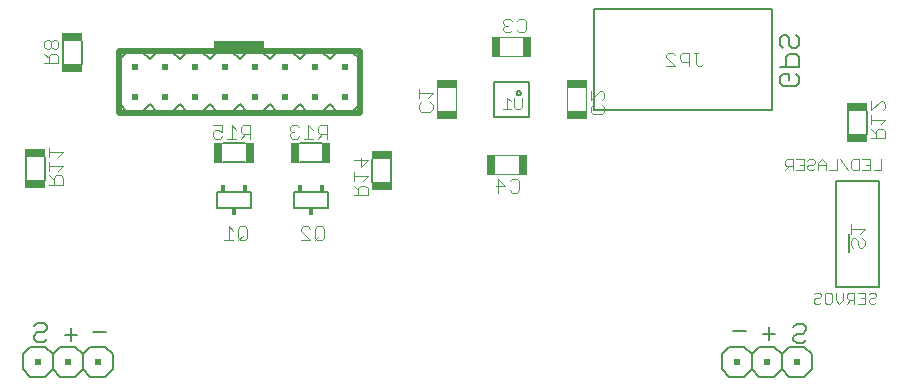
<source format=gbo>
G75*
%MOIN*%
%OFA0B0*%
%FSLAX24Y24*%
%IPPOS*%
%LPD*%
%AMOC8*
5,1,8,0,0,1.08239X$1,22.5*
%
%ADD10C,0.0030*%
%ADD11C,0.0060*%
%ADD12C,0.0197*%
%ADD13R,0.1693X0.0276*%
%ADD14C,0.0040*%
%ADD15R,0.0690X0.0290*%
%ADD16C,0.0050*%
%ADD17R,0.0669X0.0295*%
%ADD18R,0.0295X0.0669*%
%ADD19R,0.0180X0.0230*%
%ADD20R,0.0290X0.0690*%
%ADD21R,0.0200X0.0200*%
D10*
X019044Y009927D02*
X019291Y009927D01*
X019167Y009927D02*
X019167Y010297D01*
X019291Y010174D01*
X019412Y010297D02*
X019412Y009989D01*
X019474Y009927D01*
X019597Y009927D01*
X019659Y009989D01*
X019659Y010297D01*
X028438Y008185D02*
X028438Y008062D01*
X028500Y008000D01*
X028685Y008000D01*
X028685Y007876D02*
X028685Y008247D01*
X028500Y008247D01*
X028438Y008185D01*
X028561Y008000D02*
X028438Y007876D01*
X028806Y007876D02*
X029053Y007876D01*
X029053Y008247D01*
X028806Y008247D01*
X028930Y008062D02*
X029053Y008062D01*
X029175Y008000D02*
X029175Y007938D01*
X029236Y007876D01*
X029360Y007876D01*
X029422Y007938D01*
X029543Y007876D02*
X029543Y008123D01*
X029666Y008247D01*
X029790Y008123D01*
X029790Y007876D01*
X029911Y007876D02*
X030158Y007876D01*
X030158Y008247D01*
X030280Y008247D02*
X030526Y007876D01*
X030648Y007938D02*
X030710Y007876D01*
X030895Y007876D01*
X030895Y008247D01*
X030710Y008247D01*
X030648Y008185D01*
X030648Y007938D01*
X031016Y007876D02*
X031263Y007876D01*
X031263Y008247D01*
X031016Y008247D01*
X031140Y008062D02*
X031263Y008062D01*
X031631Y008247D02*
X031631Y007876D01*
X031385Y007876D01*
X029790Y008062D02*
X029543Y008062D01*
X029422Y008123D02*
X029422Y008185D01*
X029360Y008247D01*
X029236Y008247D01*
X029175Y008185D01*
X029236Y008062D02*
X029175Y008000D01*
X029236Y008062D02*
X029360Y008062D01*
X029422Y008123D01*
X029446Y003798D02*
X029384Y003736D01*
X029446Y003798D02*
X029569Y003798D01*
X029631Y003736D01*
X029631Y003675D01*
X029569Y003613D01*
X029446Y003613D01*
X029384Y003551D01*
X029384Y003489D01*
X029446Y003428D01*
X029569Y003428D01*
X029631Y003489D01*
X029752Y003489D02*
X029752Y003736D01*
X029814Y003798D01*
X029938Y003798D01*
X029999Y003736D01*
X029999Y003489D01*
X029938Y003428D01*
X029814Y003428D01*
X029752Y003489D01*
X030121Y003551D02*
X030121Y003798D01*
X030368Y003798D02*
X030368Y003551D01*
X030244Y003428D01*
X030121Y003551D01*
X030489Y003613D02*
X030489Y003736D01*
X030551Y003798D01*
X030736Y003798D01*
X030736Y003428D01*
X030857Y003428D02*
X031104Y003428D01*
X031104Y003798D01*
X030857Y003798D01*
X030981Y003613D02*
X031104Y003613D01*
X031226Y003551D02*
X031226Y003489D01*
X031287Y003428D01*
X031411Y003428D01*
X031473Y003489D01*
X031411Y003613D02*
X031287Y003613D01*
X031226Y003551D01*
X031226Y003736D02*
X031287Y003798D01*
X031411Y003798D01*
X031473Y003736D01*
X031473Y003675D01*
X031411Y003613D01*
X030736Y003551D02*
X030551Y003551D01*
X030489Y003613D01*
X030613Y003551D02*
X030489Y003428D01*
D11*
X003267Y000987D02*
X003017Y001237D01*
X003017Y001737D01*
X003267Y001987D01*
X003767Y001987D01*
X004017Y001737D01*
X004267Y001987D01*
X004767Y001987D01*
X005017Y001737D01*
X005267Y001987D01*
X005767Y001987D01*
X006017Y001737D01*
X006017Y001237D01*
X005767Y000987D01*
X005267Y000987D01*
X005017Y001237D01*
X005017Y001737D01*
X005017Y001237D02*
X004767Y000987D01*
X004267Y000987D01*
X004017Y001237D01*
X004017Y001737D01*
X004017Y001237D02*
X003767Y000987D01*
X003267Y000987D01*
X003504Y002151D02*
X003718Y002151D01*
X003825Y002258D01*
X003504Y002151D02*
X003398Y002258D01*
X003398Y002364D01*
X003504Y002471D01*
X003718Y002471D01*
X003825Y002578D01*
X003825Y002685D01*
X003718Y002791D01*
X003504Y002791D01*
X003398Y002685D01*
X004421Y002392D02*
X004848Y002392D01*
X004635Y002606D02*
X004635Y002179D01*
X005366Y002471D02*
X005793Y002471D01*
X009508Y006620D02*
X010628Y006620D01*
X010628Y007140D01*
X009508Y007140D01*
X009508Y006620D01*
X012067Y006620D02*
X013187Y006620D01*
X013187Y007140D01*
X012067Y007140D01*
X012067Y006620D01*
X014669Y007490D02*
X014669Y008245D01*
X015309Y008245D02*
X015309Y007490D01*
X013007Y008135D02*
X012252Y008135D01*
X012252Y008775D02*
X013007Y008775D01*
X013015Y009817D02*
X012515Y009817D01*
X012265Y010067D01*
X012015Y009817D01*
X011515Y009817D01*
X011265Y010067D01*
X011015Y009817D01*
X010515Y009817D01*
X010265Y010067D01*
X010015Y009817D01*
X009515Y009817D01*
X009265Y010067D01*
X009015Y009817D01*
X008515Y009817D01*
X008265Y010067D01*
X008015Y009817D01*
X007515Y009817D01*
X007265Y010067D01*
X007015Y009817D01*
X006515Y009817D01*
X006265Y010067D01*
X006265Y011567D01*
X006515Y011817D01*
X007015Y011817D01*
X007265Y011567D01*
X007515Y011817D01*
X008015Y011817D01*
X008265Y011567D01*
X008515Y011817D01*
X009015Y011817D01*
X009265Y011567D01*
X009515Y011817D01*
X010015Y011817D01*
X010265Y011567D01*
X010515Y011817D01*
X011015Y011817D01*
X011265Y011567D01*
X011515Y011817D01*
X012015Y011817D01*
X012265Y011567D01*
X012515Y011817D01*
X013015Y011817D01*
X013265Y011567D01*
X013515Y011817D01*
X014015Y011817D01*
X014265Y011567D01*
X014265Y010067D01*
X014015Y009817D01*
X013515Y009817D01*
X013265Y010067D01*
X013015Y009817D01*
X010448Y008775D02*
X009693Y008775D01*
X009693Y008135D02*
X010448Y008135D01*
X003758Y008303D02*
X003758Y007548D01*
X003118Y007548D02*
X003118Y008303D01*
X004354Y011427D02*
X004354Y012182D01*
X004994Y012182D02*
X004994Y011427D01*
X026705Y002511D02*
X027132Y002511D01*
X027689Y002432D02*
X028116Y002432D01*
X027902Y002645D02*
X027902Y002218D01*
X028074Y001987D02*
X027574Y001987D01*
X027324Y001737D01*
X027074Y001987D01*
X026574Y001987D01*
X026324Y001737D01*
X026324Y001237D01*
X026574Y000987D01*
X027074Y000987D01*
X027324Y001237D01*
X027574Y000987D01*
X028074Y000987D01*
X028324Y001237D01*
X028574Y000987D01*
X029074Y000987D01*
X029324Y001237D01*
X029324Y001737D01*
X029074Y001987D01*
X028574Y001987D01*
X028324Y001737D01*
X028074Y001987D01*
X028324Y001737D02*
X028324Y001237D01*
X027324Y001237D02*
X027324Y001737D01*
X028712Y002218D02*
X028819Y002112D01*
X029033Y002112D01*
X029140Y002218D01*
X029033Y002432D02*
X028819Y002432D01*
X028712Y002325D01*
X028712Y002218D01*
X029033Y002432D02*
X029140Y002539D01*
X029140Y002645D01*
X029033Y002752D01*
X028819Y002752D01*
X028712Y002645D01*
X030523Y009095D02*
X030523Y009850D01*
X031163Y009850D02*
X031163Y009095D01*
X028892Y010775D02*
X028785Y010668D01*
X028358Y010668D01*
X028252Y010775D01*
X028252Y010988D01*
X028358Y011095D01*
X028572Y011095D01*
X028572Y010881D01*
X028785Y011095D02*
X028892Y010988D01*
X028892Y010775D01*
X028892Y011313D02*
X028252Y011313D01*
X028465Y011313D02*
X028465Y011633D01*
X028572Y011740D01*
X028785Y011740D01*
X028892Y011633D01*
X028892Y011313D01*
X028785Y011957D02*
X028679Y011957D01*
X028572Y012064D01*
X028572Y012277D01*
X028465Y012384D01*
X028358Y012384D01*
X028252Y012277D01*
X028252Y012064D01*
X028358Y011957D01*
X028785Y011957D02*
X028892Y012064D01*
X028892Y012277D01*
X028785Y012384D01*
D12*
X014280Y011841D02*
X014280Y009794D01*
X006249Y009794D01*
X006249Y011841D01*
X014280Y011841D01*
D13*
X010245Y012058D03*
D14*
X004204Y011988D02*
X004204Y012141D01*
X004128Y012218D01*
X004051Y012218D01*
X003974Y012141D01*
X003974Y011988D01*
X004051Y011911D01*
X004128Y011911D01*
X004204Y011988D01*
X003974Y011988D02*
X003897Y011911D01*
X003821Y011911D01*
X003744Y011988D01*
X003744Y012141D01*
X003821Y012218D01*
X003897Y012218D01*
X003974Y012141D01*
X003974Y011758D02*
X003897Y011681D01*
X003897Y011451D01*
X003744Y011451D02*
X004204Y011451D01*
X004204Y011681D01*
X004128Y011758D01*
X003974Y011758D01*
X003897Y011604D02*
X003744Y011758D01*
X009370Y009386D02*
X009677Y009386D01*
X009677Y009155D01*
X009523Y009232D01*
X009447Y009232D01*
X009370Y009155D01*
X009370Y009002D01*
X009447Y008925D01*
X009600Y008925D01*
X009677Y009002D01*
X009830Y008925D02*
X010137Y008925D01*
X009984Y008925D02*
X009984Y009386D01*
X010137Y009232D01*
X010291Y009155D02*
X010368Y009079D01*
X010598Y009079D01*
X010444Y009079D02*
X010291Y008925D01*
X010598Y008925D02*
X010598Y009386D01*
X010368Y009386D01*
X010291Y009309D01*
X010291Y009155D01*
X011929Y009079D02*
X011929Y009002D01*
X012006Y008925D01*
X012159Y008925D01*
X012236Y009002D01*
X012389Y008925D02*
X012696Y008925D01*
X012543Y008925D02*
X012543Y009386D01*
X012696Y009232D01*
X012850Y009155D02*
X012927Y009079D01*
X013157Y009079D01*
X013003Y009079D02*
X012850Y008925D01*
X013157Y008925D02*
X013157Y009386D01*
X012927Y009386D01*
X012850Y009309D01*
X012850Y009155D01*
X012236Y009309D02*
X012159Y009386D01*
X012006Y009386D01*
X011929Y009309D01*
X011929Y009232D01*
X012006Y009155D01*
X011929Y009079D01*
X012006Y009155D02*
X012083Y009155D01*
X014059Y008204D02*
X014519Y008204D01*
X014289Y007974D01*
X014289Y008281D01*
X014059Y007821D02*
X014059Y007514D01*
X014059Y007667D02*
X014519Y007667D01*
X014366Y007514D01*
X014443Y007360D02*
X014289Y007360D01*
X014212Y007284D01*
X014212Y007053D01*
X014059Y007053D02*
X014519Y007053D01*
X014519Y007284D01*
X014443Y007360D01*
X014212Y007207D02*
X014059Y007360D01*
X012988Y006006D02*
X012835Y006006D01*
X012758Y005930D01*
X012758Y005623D01*
X012835Y005546D01*
X012988Y005546D01*
X013065Y005623D01*
X013065Y005930D01*
X012988Y006006D01*
X012605Y005930D02*
X012528Y006006D01*
X012375Y006006D01*
X012298Y005930D01*
X012298Y005853D01*
X012605Y005546D01*
X012298Y005546D01*
X012758Y005546D02*
X012912Y005699D01*
X010506Y005623D02*
X010429Y005546D01*
X010276Y005546D01*
X010199Y005623D01*
X010199Y005930D01*
X010276Y006006D01*
X010429Y006006D01*
X010506Y005930D01*
X010506Y005623D01*
X010353Y005699D02*
X010199Y005546D01*
X010046Y005546D02*
X009739Y005546D01*
X009892Y005546D02*
X009892Y006006D01*
X010046Y005853D01*
X004368Y007398D02*
X004368Y007628D01*
X004291Y007705D01*
X004138Y007705D01*
X004061Y007628D01*
X004061Y007398D01*
X004061Y007551D02*
X003908Y007705D01*
X003908Y007858D02*
X003908Y008165D01*
X003908Y008318D02*
X003908Y008625D01*
X003908Y008472D02*
X004368Y008472D01*
X004215Y008318D01*
X004368Y008011D02*
X003908Y008011D01*
X004215Y007858D02*
X004368Y008011D01*
X004368Y007398D02*
X003908Y007398D01*
X016224Y009903D02*
X016224Y010056D01*
X016301Y010133D01*
X016224Y010286D02*
X016224Y010593D01*
X016224Y010440D02*
X016685Y010440D01*
X016531Y010286D01*
X016608Y010133D02*
X016685Y010056D01*
X016685Y009903D01*
X016608Y009826D01*
X016301Y009826D01*
X016224Y009903D01*
X016844Y009847D02*
X016844Y010607D01*
X017464Y010607D02*
X017464Y009847D01*
X018782Y008371D02*
X019542Y008371D01*
X019542Y007752D02*
X018782Y007752D01*
X018872Y007592D02*
X019103Y007362D01*
X018796Y007362D01*
X018872Y007592D02*
X018872Y007131D01*
X019256Y007208D02*
X019333Y007131D01*
X019486Y007131D01*
X019563Y007208D01*
X019563Y007515D01*
X019486Y007592D01*
X019333Y007592D01*
X019256Y007515D01*
X021955Y009824D02*
X022032Y009747D01*
X022339Y009747D01*
X022415Y009824D01*
X022415Y009977D01*
X022339Y010054D01*
X022032Y010054D02*
X021955Y009977D01*
X021955Y009824D01*
X021795Y009847D02*
X021795Y010607D01*
X021955Y010514D02*
X021955Y010207D01*
X022262Y010514D01*
X022339Y010514D01*
X022415Y010437D01*
X022415Y010284D01*
X022339Y010207D01*
X021175Y009847D02*
X021175Y010607D01*
X019700Y011689D02*
X018940Y011689D01*
X018940Y012308D02*
X019700Y012308D01*
X019723Y012468D02*
X019569Y012468D01*
X019493Y012545D01*
X019339Y012545D02*
X019263Y012468D01*
X019109Y012468D01*
X019032Y012545D01*
X019032Y012622D01*
X019109Y012699D01*
X019186Y012699D01*
X019109Y012699D02*
X019032Y012775D01*
X019032Y012852D01*
X019109Y012929D01*
X019263Y012929D01*
X019339Y012852D01*
X019493Y012852D02*
X019569Y012929D01*
X019723Y012929D01*
X019800Y012852D01*
X019800Y012545D01*
X019723Y012468D01*
X024471Y011719D02*
X024471Y011642D01*
X024778Y011335D01*
X024471Y011335D01*
X024932Y011566D02*
X025008Y011489D01*
X025239Y011489D01*
X025239Y011335D02*
X025239Y011796D01*
X025008Y011796D01*
X024932Y011719D01*
X024932Y011566D01*
X024778Y011719D02*
X024701Y011796D01*
X024548Y011796D01*
X024471Y011719D01*
X025392Y011796D02*
X025545Y011796D01*
X025469Y011796D02*
X025469Y011412D01*
X025545Y011335D01*
X025622Y011335D01*
X025699Y011412D01*
X031313Y010173D02*
X031313Y009866D01*
X031620Y010173D01*
X031697Y010173D01*
X031774Y010096D01*
X031774Y009942D01*
X031697Y009866D01*
X031774Y009559D02*
X031313Y009559D01*
X031313Y009712D02*
X031313Y009405D01*
X031313Y009252D02*
X031467Y009098D01*
X031467Y009175D02*
X031467Y008945D01*
X031313Y008945D02*
X031774Y008945D01*
X031774Y009175D01*
X031697Y009252D01*
X031544Y009252D01*
X031467Y009175D01*
X031620Y009405D02*
X031774Y009559D01*
X030625Y006066D02*
X030625Y005759D01*
X030625Y005912D02*
X031086Y005912D01*
X030932Y005759D01*
X031009Y005605D02*
X031086Y005528D01*
X031086Y005375D01*
X031009Y005298D01*
X030932Y005298D01*
X030855Y005375D01*
X030855Y005528D01*
X030779Y005605D01*
X030702Y005605D01*
X030625Y005528D01*
X030625Y005375D01*
X030702Y005298D01*
D15*
X030843Y008955D03*
X030843Y009995D03*
X014989Y008385D03*
X014989Y007345D03*
X004674Y011282D03*
X004674Y012322D03*
X003438Y008448D03*
X003438Y007408D03*
D16*
X018729Y009636D02*
X018729Y010817D01*
X019910Y010817D01*
X019910Y009636D01*
X018729Y009636D01*
X019485Y010443D02*
X019487Y010459D01*
X019493Y010475D01*
X019502Y010489D01*
X019514Y010500D01*
X019528Y010508D01*
X019544Y010513D01*
X019560Y010514D01*
X019576Y010511D01*
X019591Y010504D01*
X019605Y010495D01*
X019615Y010482D01*
X019623Y010467D01*
X019627Y010451D01*
X019627Y010435D01*
X019623Y010419D01*
X019615Y010404D01*
X019605Y010391D01*
X019592Y010382D01*
X019576Y010375D01*
X019560Y010372D01*
X019544Y010373D01*
X019528Y010378D01*
X019514Y010386D01*
X019502Y010397D01*
X019493Y010411D01*
X019487Y010427D01*
X019485Y010443D01*
X022068Y009892D02*
X027989Y009892D01*
X027989Y013239D01*
X022068Y013239D01*
X022068Y009892D01*
X030146Y007510D02*
X030146Y007139D01*
X030146Y004339D01*
X030146Y003967D01*
X031564Y003967D01*
X031564Y004339D01*
X031564Y007139D01*
X031564Y007510D01*
X030146Y007510D01*
X030555Y005749D02*
X030555Y005139D01*
D17*
X021485Y009704D03*
X021485Y010749D03*
X017155Y010749D03*
X017154Y009704D03*
D18*
X018640Y008062D03*
X019685Y008061D03*
X019842Y011998D03*
X018797Y011999D03*
D19*
X012997Y007275D03*
X012257Y007275D03*
X010438Y007275D03*
X009698Y007275D03*
X010068Y006485D03*
X012627Y006485D03*
D20*
X013147Y008455D03*
X012107Y008455D03*
X010588Y008455D03*
X009548Y008455D03*
D21*
X009765Y010317D03*
X010765Y010317D03*
X011765Y010317D03*
X012765Y010317D03*
X013765Y010317D03*
X013765Y011317D03*
X012765Y011317D03*
X011765Y011317D03*
X010765Y011317D03*
X009765Y011317D03*
X008765Y011317D03*
X007765Y011317D03*
X006765Y011317D03*
X006765Y010317D03*
X007765Y010317D03*
X008765Y010317D03*
X005517Y001487D03*
X004517Y001487D03*
X003517Y001487D03*
X026824Y001487D03*
X027824Y001487D03*
X028824Y001487D03*
M02*

</source>
